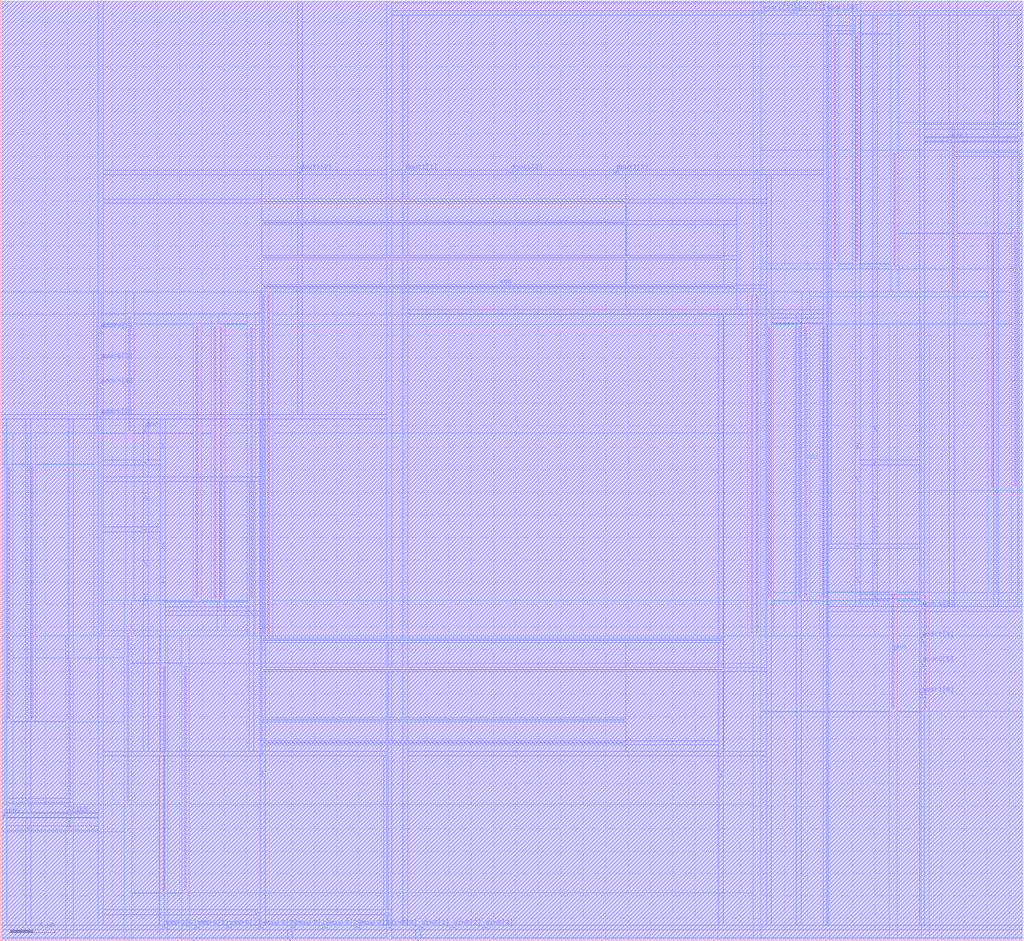
<source format=lef>
VERSION 5.4 ;
NAMESCASESENSITIVE ON ;
BUSBITCHARS "[]" ;
DIVIDERCHAR "/" ;
UNITS
  DATABASE MICRONS 2000 ;
END UNITS
MACRO freepdk45_sram_1w1r_128x4_1
   CLASS BLOCK ;
   SIZE 91.325 BY 83.985 ;
   SYMMETRY X Y R90 ;
   PIN din0[0]
      DIRECTION INPUT ;
      PORT
         LAYER metal3 ;
         RECT  34.635 1.105 34.77 1.24 ;
      END
   END din0[0]
   PIN din0[1]
      DIRECTION INPUT ;
      PORT
         LAYER metal3 ;
         RECT  37.495 1.105 37.63 1.24 ;
      END
   END din0[1]
   PIN din0[2]
      DIRECTION INPUT ;
      PORT
         LAYER metal3 ;
         RECT  40.355 1.105 40.49 1.24 ;
      END
   END din0[2]
   PIN din0[3]
      DIRECTION INPUT ;
      PORT
         LAYER metal3 ;
         RECT  43.215 1.105 43.35 1.24 ;
      END
   END din0[3]
   PIN addr0[0]
      DIRECTION INPUT ;
      PORT
         LAYER metal3 ;
         RECT  14.615 1.105 14.75 1.24 ;
      END
   END addr0[0]
   PIN addr0[1]
      DIRECTION INPUT ;
      PORT
         LAYER metal3 ;
         RECT  17.475 1.105 17.61 1.24 ;
      END
   END addr0[1]
   PIN addr0[2]
      DIRECTION INPUT ;
      PORT
         LAYER metal3 ;
         RECT  20.335 1.105 20.47 1.24 ;
      END
   END addr0[2]
   PIN addr0[3]
      DIRECTION INPUT ;
      PORT
         LAYER metal3 ;
         RECT  8.895 46.71 9.03 46.845 ;
      END
   END addr0[3]
   PIN addr0[4]
      DIRECTION INPUT ;
      PORT
         LAYER metal3 ;
         RECT  8.895 49.44 9.03 49.575 ;
      END
   END addr0[4]
   PIN addr0[5]
      DIRECTION INPUT ;
      PORT
         LAYER metal3 ;
         RECT  8.895 51.65 9.03 51.785 ;
      END
   END addr0[5]
   PIN addr0[6]
      DIRECTION INPUT ;
      PORT
         LAYER metal3 ;
         RECT  8.895 54.38 9.03 54.515 ;
      END
   END addr0[6]
   PIN addr1[0]
      DIRECTION INPUT ;
      PORT
         LAYER metal3 ;
         RECT  73.575 82.745 73.71 82.88 ;
      END
   END addr1[0]
   PIN addr1[1]
      DIRECTION INPUT ;
      PORT
         LAYER metal3 ;
         RECT  70.715 82.745 70.85 82.88 ;
      END
   END addr1[1]
   PIN addr1[2]
      DIRECTION INPUT ;
      PORT
         LAYER metal3 ;
         RECT  67.855 82.745 67.99 82.88 ;
      END
   END addr1[2]
   PIN addr1[3]
      DIRECTION INPUT ;
      PORT
         LAYER metal3 ;
         RECT  82.155 29.55 82.29 29.685 ;
      END
   END addr1[3]
   PIN addr1[4]
      DIRECTION INPUT ;
      PORT
         LAYER metal3 ;
         RECT  82.155 26.82 82.29 26.955 ;
      END
   END addr1[4]
   PIN addr1[5]
      DIRECTION INPUT ;
      PORT
         LAYER metal3 ;
         RECT  82.155 24.61 82.29 24.745 ;
      END
   END addr1[5]
   PIN addr1[6]
      DIRECTION INPUT ;
      PORT
         LAYER metal3 ;
         RECT  82.155 21.88 82.29 22.015 ;
      END
   END addr1[6]
   PIN csb0
      DIRECTION INPUT ;
      PORT
         LAYER metal3 ;
         RECT  0.285 11.09 0.42 11.225 ;
      END
   END csb0
   PIN csb1
      DIRECTION INPUT ;
      PORT
         LAYER metal3 ;
         RECT  90.905 71.49 91.04 71.625 ;
      END
   END csb1
   PIN clk0
      DIRECTION INPUT ;
      PORT
         LAYER metal3 ;
         RECT  6.2475 11.175 6.3825 11.31 ;
      END
   END clk0
   PIN clk1
      DIRECTION INPUT ;
      PORT
         LAYER metal3 ;
         RECT  84.8025 71.405 84.9375 71.54 ;
      END
   END clk1
   PIN wmask0[0]
      DIRECTION INPUT ;
      PORT
         LAYER metal3 ;
         RECT  23.195 1.105 23.33 1.24 ;
      END
   END wmask0[0]
   PIN wmask0[1]
      DIRECTION INPUT ;
      PORT
         LAYER metal3 ;
         RECT  26.055 1.105 26.19 1.24 ;
      END
   END wmask0[1]
   PIN wmask0[2]
      DIRECTION INPUT ;
      PORT
         LAYER metal3 ;
         RECT  28.915 1.105 29.05 1.24 ;
      END
   END wmask0[2]
   PIN wmask0[3]
      DIRECTION INPUT ;
      PORT
         LAYER metal3 ;
         RECT  31.775 1.105 31.91 1.24 ;
      END
   END wmask0[3]
   PIN dout1[0]
      DIRECTION OUTPUT ;
      PORT
         LAYER metal3 ;
         RECT  26.6625 68.5175 26.7975 68.6525 ;
      END
   END dout1[0]
   PIN dout1[1]
      DIRECTION OUTPUT ;
      PORT
         LAYER metal3 ;
         RECT  36.0625 68.5175 36.1975 68.6525 ;
      END
   END dout1[1]
   PIN dout1[2]
      DIRECTION OUTPUT ;
      PORT
         LAYER metal3 ;
         RECT  45.4625 68.5175 45.5975 68.6525 ;
      END
   END dout1[2]
   PIN dout1[3]
      DIRECTION OUTPUT ;
      PORT
         LAYER metal3 ;
         RECT  54.8625 68.5175 54.9975 68.6525 ;
      END
   END dout1[3]
   PIN vdd
      DIRECTION INOUT ;
      USE POWER ; 
      SHAPE ABUTMENT ; 
      PORT
         LAYER metal3 ;
         RECT  76.4225 35.14 76.5575 35.275 ;
         LAYER metal3 ;
         RECT  76.4225 44.11 76.5575 44.245 ;
         LAYER metal3 ;
         RECT  68.5225 56.07 68.6575 56.205 ;
         LAYER metal3 ;
         RECT  23.3425 16.65 23.4775 16.785 ;
         LAYER metal3 ;
         RECT  14.4325 41.12 14.5675 41.255 ;
         LAYER metal4 ;
         RECT  67.44 27.4825 67.58 57.6325 ;
         LAYER metal3 ;
         RECT  2.425 12.455 2.56 12.59 ;
         LAYER metal4 ;
         RECT  8.61 45.6025 8.75 55.6225 ;
         LAYER metal3 ;
         RECT  14.4325 44.11 14.5675 44.245 ;
         LAYER metal4 ;
         RECT  22.33 30.6525 22.47 54.7125 ;
         LAYER metal3 ;
         RECT  76.4225 32.15 76.5575 32.285 ;
         LAYER metal3 ;
         RECT  64.2275 16.65 64.3625 16.785 ;
         LAYER metal3 ;
         RECT  88.765 70.125 88.9 70.26 ;
         LAYER metal3 ;
         RECT  76.4225 41.12 76.5575 41.255 ;
         LAYER metal4 ;
         RECT  23.41 27.4825 23.55 57.6325 ;
         LAYER metal3 ;
         RECT  14.3325 2.47 14.4675 2.605 ;
         LAYER metal4 ;
         RECT  11.33 12.4525 11.47 27.4125 ;
         LAYER metal4 ;
         RECT  68.52 30.6525 68.66 54.7125 ;
         LAYER metal4 ;
         RECT  79.715 60.2425 79.855 70.2625 ;
         LAYER metal3 ;
         RECT  22.9125 2.47 23.0475 2.605 ;
         LAYER metal4 ;
         RECT  74.39 60.72 74.53 80.62 ;
         LAYER metal3 ;
         RECT  23.4775 65.96 55.6675 66.03 ;
         LAYER metal3 ;
         RECT  23.4775 26.7875 64.3625 26.8575 ;
         LAYER metal3 ;
         RECT  22.3325 29.16 22.4675 29.295 ;
         LAYER metal4 ;
         RECT  82.435 20.7725 82.575 30.7925 ;
         LAYER metal3 ;
         RECT  34.3525 2.47 34.4875 2.605 ;
         LAYER metal4 ;
         RECT  19.08 30.6525 19.22 54.7825 ;
         LAYER metal4 ;
         RECT  16.46 4.565 16.6 24.465 ;
         LAYER metal3 ;
         RECT  71.155 55.2825 71.29 55.4175 ;
         LAYER metal3 ;
         RECT  14.4325 35.14 14.5675 35.275 ;
         LAYER metal3 ;
         RECT  19.7 29.9475 19.835 30.0825 ;
         LAYER metal3 ;
         RECT  14.4325 32.15 14.5675 32.285 ;
         LAYER metal4 ;
         RECT  90.4975 40.4825 90.6375 62.885 ;
         LAYER metal4 ;
         RECT  0.6875 19.83 0.8275 42.2325 ;
         LAYER metal4 ;
         RECT  71.77 30.6525 71.91 54.7825 ;
         LAYER metal3 ;
         RECT  23.4775 17.6175 55.6675 17.6875 ;
         LAYER metal3 ;
         RECT  73.8575 81.38 73.9925 81.515 ;
         LAYER metal3 ;
         RECT  23.4775 58.3275 65.5375 58.3975 ;
      END
   END vdd
   PIN gnd
      DIRECTION INOUT ;
      USE GROUND ; 
      SHAPE ABUTMENT ; 
      PORT
         LAYER metal3 ;
         RECT  23.4775 64.0675 55.7025 64.1375 ;
         LAYER metal3 ;
         RECT  12.905 36.635 13.04 36.77 ;
         LAYER metal4 ;
         RECT  76.3325 60.6525 76.4725 80.6875 ;
         LAYER metal3 ;
         RECT  77.95 42.615 78.085 42.75 ;
         LAYER metal4 ;
         RECT  6.105 9.9825 6.245 24.9425 ;
         LAYER metal4 ;
         RECT  11.47 45.5375 11.61 55.6875 ;
         LAYER metal3 ;
         RECT  37.2125 0.0 37.3475 0.135 ;
         LAYER metal3 ;
         RECT  77.95 36.635 78.085 36.77 ;
         LAYER metal4 ;
         RECT  73.36 30.62 73.5 54.7825 ;
         LAYER metal4 ;
         RECT  23.87 27.4825 24.01 57.6325 ;
         LAYER metal4 ;
         RECT  71.21 30.62 71.35 54.745 ;
         LAYER metal3 ;
         RECT  12.905 30.655 13.04 30.79 ;
         LAYER metal3 ;
         RECT  77.95 39.625 78.085 39.76 ;
         LAYER metal3 ;
         RECT  64.2275 14.83 64.3625 14.965 ;
         LAYER metal3 ;
         RECT  12.905 33.645 13.04 33.78 ;
         LAYER metal3 ;
         RECT  77.95 30.655 78.085 30.79 ;
         LAYER metal4 ;
         RECT  2.75 19.8625 2.89 42.265 ;
         LAYER metal3 ;
         RECT  25.7725 0.0 25.9075 0.135 ;
         LAYER metal3 ;
         RECT  23.4775 60.9475 64.395 61.0175 ;
         LAYER metal4 ;
         RECT  66.98 27.4825 67.12 57.6325 ;
         LAYER metal3 ;
         RECT  23.4775 19.6675 55.6675 19.7375 ;
         LAYER metal3 ;
         RECT  88.765 72.595 88.9 72.73 ;
         LAYER metal3 ;
         RECT  77.95 33.645 78.085 33.78 ;
         LAYER metal3 ;
         RECT  23.3425 14.83 23.4775 14.965 ;
         LAYER metal3 ;
         RECT  23.4775 24.1675 64.395 24.2375 ;
         LAYER metal4 ;
         RECT  19.64 30.62 19.78 54.745 ;
         LAYER metal3 ;
         RECT  2.425 9.985 2.56 10.12 ;
         LAYER metal3 ;
         RECT  70.9975 83.85 71.1325 83.985 ;
         LAYER metal4 ;
         RECT  17.49 30.62 17.63 54.7825 ;
         LAYER metal3 ;
         RECT  12.905 39.625 13.04 39.76 ;
         LAYER metal3 ;
         RECT  77.95 45.605 78.085 45.74 ;
         LAYER metal4 ;
         RECT  88.435 40.45 88.575 62.8525 ;
         LAYER metal4 ;
         RECT  84.94 57.7725 85.08 72.7325 ;
         LAYER metal3 ;
         RECT  12.905 42.615 13.04 42.75 ;
         LAYER metal3 ;
         RECT  17.1925 0.0 17.3275 0.135 ;
         LAYER metal3 ;
         RECT  12.905 45.605 13.04 45.74 ;
         LAYER metal4 ;
         RECT  14.5175 4.4975 14.6575 24.5325 ;
         LAYER metal4 ;
         RECT  79.575 20.7075 79.715 30.8575 ;
      END
   END gnd
   OBS
   LAYER  metal1 ;
      RECT  0.14 0.14 91.185 83.845 ;
   LAYER  metal2 ;
      RECT  0.14 0.14 91.185 83.845 ;
   LAYER  metal3 ;
      RECT  34.495 0.14 34.91 0.965 ;
      RECT  34.91 0.965 37.355 1.38 ;
      RECT  37.77 0.965 40.215 1.38 ;
      RECT  40.63 0.965 43.075 1.38 ;
      RECT  43.49 0.965 91.185 1.38 ;
      RECT  0.14 0.965 14.475 1.38 ;
      RECT  14.89 0.965 17.335 1.38 ;
      RECT  17.75 0.965 20.195 1.38 ;
      RECT  0.14 46.57 8.755 46.985 ;
      RECT  0.14 46.985 8.755 83.845 ;
      RECT  8.755 1.38 9.17 46.57 ;
      RECT  9.17 46.57 34.495 46.985 ;
      RECT  8.755 46.985 9.17 49.3 ;
      RECT  8.755 49.715 9.17 51.51 ;
      RECT  8.755 51.925 9.17 54.24 ;
      RECT  8.755 54.655 9.17 83.845 ;
      RECT  73.435 83.02 73.85 83.845 ;
      RECT  73.85 82.605 91.185 83.02 ;
      RECT  73.85 83.02 91.185 83.845 ;
      RECT  70.99 82.605 73.435 83.02 ;
      RECT  34.91 82.605 67.715 83.02 ;
      RECT  68.13 82.605 70.575 83.02 ;
      RECT  73.85 1.38 82.015 29.41 ;
      RECT  73.85 29.41 82.015 29.825 ;
      RECT  82.015 29.825 82.43 82.605 ;
      RECT  82.43 1.38 91.185 29.41 ;
      RECT  82.43 29.41 91.185 29.825 ;
      RECT  82.015 27.095 82.43 29.41 ;
      RECT  82.015 24.885 82.43 26.68 ;
      RECT  82.015 1.38 82.43 21.74 ;
      RECT  82.015 22.155 82.43 24.47 ;
      RECT  0.14 1.38 0.145 10.95 ;
      RECT  0.14 10.95 0.145 11.365 ;
      RECT  0.14 11.365 0.145 46.57 ;
      RECT  0.145 1.38 0.56 10.95 ;
      RECT  0.145 11.365 0.56 46.57 ;
      RECT  90.765 29.825 91.18 71.35 ;
      RECT  90.765 71.765 91.18 82.605 ;
      RECT  91.18 29.825 91.185 71.35 ;
      RECT  91.18 71.35 91.185 71.765 ;
      RECT  91.18 71.765 91.185 82.605 ;
      RECT  0.56 10.95 6.1075 11.035 ;
      RECT  0.56 11.035 6.1075 11.365 ;
      RECT  6.1075 10.95 6.5225 11.035 ;
      RECT  6.5225 10.95 8.755 11.035 ;
      RECT  6.5225 11.035 8.755 11.365 ;
      RECT  0.56 11.365 6.1075 11.45 ;
      RECT  6.1075 11.45 6.5225 46.57 ;
      RECT  6.5225 11.365 8.755 11.45 ;
      RECT  6.5225 11.45 8.755 46.57 ;
      RECT  82.43 29.825 84.6625 71.265 ;
      RECT  82.43 71.265 84.6625 71.35 ;
      RECT  84.6625 29.825 85.0775 71.265 ;
      RECT  85.0775 71.265 90.765 71.35 ;
      RECT  82.43 71.35 84.6625 71.68 ;
      RECT  82.43 71.68 84.6625 71.765 ;
      RECT  84.6625 71.68 85.0775 71.765 ;
      RECT  85.0775 71.35 90.765 71.68 ;
      RECT  85.0775 71.68 90.765 71.765 ;
      RECT  20.61 0.965 23.055 1.38 ;
      RECT  23.47 0.965 25.915 1.38 ;
      RECT  26.33 0.965 28.775 1.38 ;
      RECT  29.19 0.965 31.635 1.38 ;
      RECT  32.05 0.965 34.495 1.38 ;
      RECT  9.17 68.3775 26.5225 68.7925 ;
      RECT  9.17 68.7925 26.5225 83.845 ;
      RECT  26.5225 68.7925 26.9375 83.845 ;
      RECT  26.9375 68.3775 34.495 68.7925 ;
      RECT  26.9375 68.7925 34.495 83.845 ;
      RECT  34.91 68.3775 35.9225 68.7925 ;
      RECT  34.91 68.7925 35.9225 82.605 ;
      RECT  35.9225 68.7925 36.3375 82.605 ;
      RECT  36.3375 68.7925 73.435 82.605 ;
      RECT  36.3375 68.3775 45.3225 68.7925 ;
      RECT  45.7375 68.3775 54.7225 68.7925 ;
      RECT  55.1375 68.3775 73.435 68.7925 ;
      RECT  73.85 29.825 76.2825 35.0 ;
      RECT  73.85 35.0 76.2825 35.415 ;
      RECT  76.6975 35.0 82.015 35.415 ;
      RECT  76.2825 44.385 76.6975 82.605 ;
      RECT  36.3375 55.93 68.3825 56.345 ;
      RECT  68.3825 1.38 68.7975 55.93 ;
      RECT  68.3825 56.345 68.7975 68.3775 ;
      RECT  68.7975 55.93 73.435 56.345 ;
      RECT  68.7975 56.345 73.435 68.3775 ;
      RECT  9.17 16.51 23.2025 16.925 ;
      RECT  23.6175 16.51 34.495 16.925 ;
      RECT  9.17 40.98 14.2925 41.395 ;
      RECT  14.7075 40.98 23.2025 41.395 ;
      RECT  14.7075 41.395 23.2025 46.57 ;
      RECT  0.56 11.45 2.285 12.315 ;
      RECT  0.56 12.315 2.285 12.73 ;
      RECT  0.56 12.73 2.285 46.57 ;
      RECT  2.285 11.45 2.7 12.315 ;
      RECT  2.285 12.73 2.7 46.57 ;
      RECT  2.7 11.45 6.1075 12.315 ;
      RECT  2.7 12.315 6.1075 12.73 ;
      RECT  2.7 12.73 6.1075 46.57 ;
      RECT  14.2925 41.395 14.7075 43.97 ;
      RECT  14.2925 44.385 14.7075 46.57 ;
      RECT  76.2825 29.825 76.6975 32.01 ;
      RECT  76.2825 32.425 76.6975 35.0 ;
      RECT  36.3375 1.38 64.0875 16.51 ;
      RECT  36.3375 16.51 64.0875 16.925 ;
      RECT  64.5025 1.38 68.3825 16.51 ;
      RECT  64.5025 16.51 68.3825 16.925 ;
      RECT  85.0775 29.825 88.625 69.985 ;
      RECT  85.0775 69.985 88.625 70.4 ;
      RECT  85.0775 70.4 88.625 71.265 ;
      RECT  88.625 29.825 89.04 69.985 ;
      RECT  88.625 70.4 89.04 71.265 ;
      RECT  89.04 29.825 90.765 69.985 ;
      RECT  89.04 69.985 90.765 70.4 ;
      RECT  89.04 70.4 90.765 71.265 ;
      RECT  76.2825 35.415 76.6975 40.98 ;
      RECT  76.2825 41.395 76.6975 43.97 ;
      RECT  9.17 1.38 14.1925 2.33 ;
      RECT  9.17 2.33 14.1925 2.745 ;
      RECT  9.17 2.745 14.1925 16.51 ;
      RECT  14.1925 1.38 14.6075 2.33 ;
      RECT  14.1925 2.745 14.6075 16.51 ;
      RECT  14.6075 1.38 23.2025 2.33 ;
      RECT  14.6075 2.745 23.2025 16.51 ;
      RECT  14.6075 2.33 22.7725 2.745 ;
      RECT  23.1875 2.33 23.2025 2.745 ;
      RECT  34.495 66.17 34.91 83.845 ;
      RECT  9.17 46.985 23.3375 65.82 ;
      RECT  9.17 65.82 23.3375 66.17 ;
      RECT  9.17 66.17 23.3375 68.3775 ;
      RECT  23.3375 66.17 26.5225 68.3775 ;
      RECT  26.5225 66.17 26.9375 68.3775 ;
      RECT  26.9375 66.17 34.495 68.3775 ;
      RECT  34.91 66.17 35.9225 68.3775 ;
      RECT  35.9225 66.17 36.3375 68.3775 ;
      RECT  36.3375 66.17 55.8075 68.3775 ;
      RECT  55.8075 65.82 68.3825 66.17 ;
      RECT  55.8075 66.17 68.3825 68.3775 ;
      RECT  23.2025 16.925 23.3375 26.6475 ;
      RECT  23.2025 26.6475 23.3375 26.9975 ;
      RECT  23.2025 26.9975 23.3375 46.57 ;
      RECT  23.3375 26.9975 23.6175 46.57 ;
      RECT  23.6175 26.9975 34.495 46.57 ;
      RECT  36.3375 26.9975 64.0875 55.93 ;
      RECT  64.0875 26.9975 64.5025 55.93 ;
      RECT  14.7075 16.925 22.1925 29.02 ;
      RECT  14.7075 29.02 22.1925 29.435 ;
      RECT  22.1925 16.925 22.6075 29.02 ;
      RECT  22.1925 29.435 22.6075 40.98 ;
      RECT  22.6075 16.925 23.2025 29.02 ;
      RECT  22.6075 29.02 23.2025 29.435 ;
      RECT  22.6075 29.435 23.2025 40.98 ;
      RECT  23.6175 1.38 34.2125 2.33 ;
      RECT  23.6175 2.33 34.2125 2.745 ;
      RECT  23.6175 2.745 34.2125 16.51 ;
      RECT  34.2125 1.38 34.495 2.33 ;
      RECT  34.2125 2.745 34.495 16.51 ;
      RECT  34.495 1.38 34.6275 2.33 ;
      RECT  34.6275 1.38 34.91 2.33 ;
      RECT  34.6275 2.33 34.91 2.745 ;
      RECT  68.7975 1.38 71.015 55.1425 ;
      RECT  68.7975 55.1425 71.015 55.5575 ;
      RECT  68.7975 55.5575 71.015 55.93 ;
      RECT  71.015 1.38 71.43 55.1425 ;
      RECT  71.015 55.5575 71.43 55.93 ;
      RECT  71.43 1.38 73.435 55.1425 ;
      RECT  71.43 55.1425 73.435 55.5575 ;
      RECT  71.43 55.5575 73.435 55.93 ;
      RECT  14.2925 35.415 14.7075 40.98 ;
      RECT  14.7075 29.435 19.56 29.8075 ;
      RECT  14.7075 29.8075 19.56 30.2225 ;
      RECT  14.7075 30.2225 19.56 40.98 ;
      RECT  19.56 29.435 19.975 29.8075 ;
      RECT  19.56 30.2225 19.975 40.98 ;
      RECT  19.975 29.435 22.1925 29.8075 ;
      RECT  19.975 29.8075 22.1925 30.2225 ;
      RECT  19.975 30.2225 22.1925 40.98 ;
      RECT  14.2925 16.925 14.7075 32.01 ;
      RECT  14.2925 32.425 14.7075 35.0 ;
      RECT  23.3375 16.925 23.6175 17.4775 ;
      RECT  23.6175 16.925 34.495 17.4775 ;
      RECT  36.3375 16.925 55.8075 17.4775 ;
      RECT  55.8075 16.925 64.0875 17.4775 ;
      RECT  55.8075 17.4775 64.0875 17.8275 ;
      RECT  34.91 1.38 35.9225 17.4775 ;
      RECT  35.9225 1.38 36.3375 17.4775 ;
      RECT  34.495 2.745 34.6275 17.4775 ;
      RECT  34.6275 2.745 34.91 17.4775 ;
      RECT  73.435 1.38 73.7175 81.24 ;
      RECT  73.435 81.24 73.7175 81.655 ;
      RECT  73.435 81.655 73.7175 82.605 ;
      RECT  73.7175 1.38 73.85 81.24 ;
      RECT  73.7175 81.655 73.85 82.605 ;
      RECT  73.85 35.415 74.1325 81.24 ;
      RECT  73.85 81.655 74.1325 82.605 ;
      RECT  74.1325 35.415 76.2825 81.24 ;
      RECT  74.1325 81.24 76.2825 81.655 ;
      RECT  74.1325 81.655 76.2825 82.605 ;
      RECT  23.3375 46.985 26.5225 58.1875 ;
      RECT  26.5225 46.985 26.9375 58.1875 ;
      RECT  26.9375 46.985 34.495 58.1875 ;
      RECT  36.3375 56.345 55.8075 58.1875 ;
      RECT  55.8075 56.345 65.6775 58.1875 ;
      RECT  65.6775 56.345 68.3825 58.1875 ;
      RECT  65.6775 58.1875 68.3825 58.5375 ;
      RECT  65.6775 58.5375 68.3825 65.82 ;
      RECT  34.495 26.9975 34.91 58.1875 ;
      RECT  34.91 26.9975 35.9225 58.1875 ;
      RECT  35.9225 26.9975 36.3375 58.1875 ;
      RECT  23.3375 64.2775 26.5225 65.82 ;
      RECT  26.5225 64.2775 26.9375 65.82 ;
      RECT  26.9375 64.2775 34.495 65.82 ;
      RECT  36.3375 64.2775 55.8075 65.82 ;
      RECT  55.8075 64.2775 55.8425 65.82 ;
      RECT  55.8425 63.9275 65.6775 64.2775 ;
      RECT  55.8425 64.2775 65.6775 65.82 ;
      RECT  34.495 64.2775 34.91 65.82 ;
      RECT  34.91 64.2775 35.9225 65.82 ;
      RECT  35.9225 64.2775 36.3375 65.82 ;
      RECT  9.17 16.925 12.765 36.495 ;
      RECT  9.17 36.495 12.765 36.91 ;
      RECT  9.17 36.91 12.765 40.98 ;
      RECT  13.18 16.925 14.2925 36.495 ;
      RECT  13.18 36.495 14.2925 36.91 ;
      RECT  13.18 36.91 14.2925 40.98 ;
      RECT  76.6975 35.415 77.81 42.475 ;
      RECT  76.6975 42.475 77.81 42.89 ;
      RECT  76.6975 42.89 77.81 82.605 ;
      RECT  78.225 35.415 82.015 42.475 ;
      RECT  78.225 42.475 82.015 42.89 ;
      RECT  78.225 42.89 82.015 82.605 ;
      RECT  34.91 0.14 37.0725 0.275 ;
      RECT  34.91 0.275 37.0725 0.965 ;
      RECT  37.0725 0.275 37.4875 0.965 ;
      RECT  37.4875 0.14 91.185 0.275 ;
      RECT  37.4875 0.275 91.185 0.965 ;
      RECT  77.81 35.415 78.225 36.495 ;
      RECT  12.765 16.925 13.18 30.515 ;
      RECT  77.81 36.91 78.225 39.485 ;
      RECT  77.81 39.9 78.225 42.475 ;
      RECT  64.0875 1.38 64.5025 14.69 ;
      RECT  64.0875 15.105 64.5025 16.51 ;
      RECT  12.765 30.93 13.18 33.505 ;
      RECT  12.765 33.92 13.18 36.495 ;
      RECT  76.6975 29.825 77.81 30.515 ;
      RECT  76.6975 30.515 77.81 30.93 ;
      RECT  76.6975 30.93 77.81 35.0 ;
      RECT  77.81 29.825 78.225 30.515 ;
      RECT  78.225 29.825 82.015 30.515 ;
      RECT  78.225 30.515 82.015 30.93 ;
      RECT  78.225 30.93 82.015 35.0 ;
      RECT  0.14 0.275 25.6325 0.965 ;
      RECT  25.6325 0.275 26.0475 0.965 ;
      RECT  26.0475 0.14 34.495 0.275 ;
      RECT  26.0475 0.275 34.495 0.965 ;
      RECT  23.3375 58.5375 26.5225 60.8075 ;
      RECT  23.3375 61.1575 26.5225 63.9275 ;
      RECT  26.5225 58.5375 26.9375 60.8075 ;
      RECT  26.5225 61.1575 26.9375 63.9275 ;
      RECT  26.9375 58.5375 34.495 60.8075 ;
      RECT  26.9375 61.1575 34.495 63.9275 ;
      RECT  36.3375 58.5375 55.8075 60.8075 ;
      RECT  36.3375 61.1575 55.8075 63.9275 ;
      RECT  55.8075 58.5375 55.8425 60.8075 ;
      RECT  55.8075 61.1575 55.8425 63.9275 ;
      RECT  55.8425 58.5375 64.535 60.8075 ;
      RECT  55.8425 61.1575 64.535 63.9275 ;
      RECT  64.535 58.5375 65.6775 60.8075 ;
      RECT  64.535 60.8075 65.6775 61.1575 ;
      RECT  64.535 61.1575 65.6775 63.9275 ;
      RECT  34.495 58.5375 34.91 60.8075 ;
      RECT  34.495 61.1575 34.91 63.9275 ;
      RECT  34.91 58.5375 35.9225 60.8075 ;
      RECT  34.91 61.1575 35.9225 63.9275 ;
      RECT  35.9225 58.5375 36.3375 60.8075 ;
      RECT  35.9225 61.1575 36.3375 63.9275 ;
      RECT  23.3375 17.8275 23.6175 19.5275 ;
      RECT  23.6175 17.8275 34.495 19.5275 ;
      RECT  36.3375 17.8275 55.8075 19.5275 ;
      RECT  34.91 17.8275 35.9225 19.5275 ;
      RECT  35.9225 17.8275 36.3375 19.5275 ;
      RECT  34.495 17.8275 34.6275 19.5275 ;
      RECT  34.6275 17.8275 34.91 19.5275 ;
      RECT  82.43 71.765 88.625 72.455 ;
      RECT  82.43 72.455 88.625 72.87 ;
      RECT  82.43 72.87 88.625 82.605 ;
      RECT  88.625 71.765 89.04 72.455 ;
      RECT  88.625 72.87 89.04 82.605 ;
      RECT  89.04 71.765 90.765 72.455 ;
      RECT  89.04 72.455 90.765 72.87 ;
      RECT  89.04 72.87 90.765 82.605 ;
      RECT  77.81 30.93 78.225 33.505 ;
      RECT  77.81 33.92 78.225 35.0 ;
      RECT  23.2025 1.38 23.6175 14.69 ;
      RECT  23.2025 15.105 23.6175 16.51 ;
      RECT  64.5025 16.925 64.535 24.0275 ;
      RECT  64.5025 24.3775 64.535 55.93 ;
      RECT  64.535 16.925 68.3825 24.0275 ;
      RECT  64.535 24.0275 68.3825 24.3775 ;
      RECT  64.535 24.3775 68.3825 55.93 ;
      RECT  64.0875 16.925 64.5025 24.0275 ;
      RECT  64.0875 24.3775 64.5025 26.6475 ;
      RECT  55.8075 17.8275 64.0875 24.0275 ;
      RECT  55.8075 24.3775 64.0875 26.6475 ;
      RECT  23.3375 19.8775 23.6175 24.0275 ;
      RECT  23.3375 24.3775 23.6175 26.6475 ;
      RECT  23.6175 19.8775 34.495 24.0275 ;
      RECT  23.6175 24.3775 34.495 26.6475 ;
      RECT  36.3375 19.8775 55.8075 24.0275 ;
      RECT  36.3375 24.3775 55.8075 26.6475 ;
      RECT  34.91 19.8775 35.9225 24.0275 ;
      RECT  34.91 24.3775 35.9225 26.6475 ;
      RECT  35.9225 19.8775 36.3375 24.0275 ;
      RECT  35.9225 24.3775 36.3375 26.6475 ;
      RECT  34.495 19.8775 34.6275 24.0275 ;
      RECT  34.495 24.3775 34.6275 26.6475 ;
      RECT  34.6275 19.8775 34.91 24.0275 ;
      RECT  34.6275 24.3775 34.91 26.6475 ;
      RECT  0.56 1.38 2.285 9.845 ;
      RECT  0.56 9.845 2.285 10.26 ;
      RECT  0.56 10.26 2.285 10.95 ;
      RECT  2.285 1.38 2.7 9.845 ;
      RECT  2.285 10.26 2.7 10.95 ;
      RECT  2.7 1.38 8.755 9.845 ;
      RECT  2.7 9.845 8.755 10.26 ;
      RECT  2.7 10.26 8.755 10.95 ;
      RECT  34.91 83.02 70.8575 83.71 ;
      RECT  34.91 83.71 70.8575 83.845 ;
      RECT  70.8575 83.02 71.2725 83.71 ;
      RECT  71.2725 83.02 73.435 83.71 ;
      RECT  71.2725 83.71 73.435 83.845 ;
      RECT  12.765 36.91 13.18 39.485 ;
      RECT  12.765 39.9 13.18 40.98 ;
      RECT  77.81 42.89 78.225 45.465 ;
      RECT  77.81 45.88 78.225 82.605 ;
      RECT  9.17 41.395 12.765 42.475 ;
      RECT  9.17 42.475 12.765 42.89 ;
      RECT  9.17 42.89 12.765 46.57 ;
      RECT  12.765 41.395 13.18 42.475 ;
      RECT  13.18 41.395 14.2925 42.475 ;
      RECT  13.18 42.475 14.2925 42.89 ;
      RECT  13.18 42.89 14.2925 46.57 ;
      RECT  0.14 0.14 17.0525 0.275 ;
      RECT  17.4675 0.14 25.6325 0.275 ;
      RECT  12.765 42.89 13.18 45.465 ;
      RECT  12.765 45.88 13.18 46.57 ;
   LAYER  metal4 ;
      RECT  0.14 57.9125 67.16 83.845 ;
      RECT  67.16 0.14 67.86 27.2025 ;
      RECT  67.16 57.9125 67.86 83.845 ;
      RECT  0.14 45.3225 8.33 55.9025 ;
      RECT  0.14 55.9025 8.33 57.9125 ;
      RECT  8.33 27.2025 9.03 45.3225 ;
      RECT  8.33 55.9025 9.03 57.9125 ;
      RECT  22.05 27.2025 22.75 30.3725 ;
      RECT  22.05 54.9925 22.75 55.9025 ;
      RECT  22.75 27.2025 23.13 30.3725 ;
      RECT  22.75 30.3725 23.13 45.3225 ;
      RECT  22.75 45.3225 23.13 54.9925 ;
      RECT  22.75 54.9925 23.13 55.9025 ;
      RECT  11.05 0.14 11.75 12.1725 ;
      RECT  9.03 27.2025 11.05 27.6925 ;
      RECT  9.03 27.6925 11.05 30.3725 ;
      RECT  11.05 27.6925 11.75 30.3725 ;
      RECT  11.75 27.2025 22.05 27.6925 ;
      RECT  67.86 27.2025 68.24 30.3725 ;
      RECT  67.86 30.3725 68.24 54.9925 ;
      RECT  67.86 54.9925 68.24 57.9125 ;
      RECT  68.24 27.2025 68.94 30.3725 ;
      RECT  68.24 54.9925 68.94 57.9125 ;
      RECT  67.86 57.9125 79.435 59.9625 ;
      RECT  79.435 57.9125 80.135 59.9625 ;
      RECT  79.435 70.5425 80.135 83.845 ;
      RECT  67.86 59.9625 74.11 60.44 ;
      RECT  67.86 60.44 74.11 70.5425 ;
      RECT  74.11 59.9625 74.81 60.44 ;
      RECT  67.86 70.5425 74.11 80.9 ;
      RECT  67.86 80.9 74.11 83.845 ;
      RECT  74.11 80.9 74.81 83.845 ;
      RECT  82.155 0.14 82.855 20.4925 ;
      RECT  82.855 0.14 91.185 20.4925 ;
      RECT  82.855 20.4925 91.185 27.2025 ;
      RECT  82.855 27.2025 91.185 30.3725 ;
      RECT  82.155 31.0725 82.855 54.9925 ;
      RECT  82.855 30.3725 91.185 31.0725 ;
      RECT  18.8 55.0625 19.5 55.9025 ;
      RECT  19.5 55.0625 22.05 55.9025 ;
      RECT  16.18 0.14 16.88 4.285 ;
      RECT  16.88 0.14 67.16 4.285 ;
      RECT  16.88 4.285 67.16 12.1725 ;
      RECT  16.18 24.745 16.88 27.2025 ;
      RECT  16.88 12.1725 67.16 24.745 ;
      RECT  16.88 24.745 67.16 27.2025 ;
      RECT  90.9175 54.9925 91.185 57.9125 ;
      RECT  90.9175 57.9125 91.185 59.9625 ;
      RECT  90.2175 63.165 90.9175 70.5425 ;
      RECT  90.9175 59.9625 91.185 63.165 ;
      RECT  90.9175 63.165 91.185 70.5425 ;
      RECT  90.2175 31.0725 90.9175 40.2025 ;
      RECT  90.9175 31.0725 91.185 40.2025 ;
      RECT  90.9175 40.2025 91.185 54.9925 ;
      RECT  0.14 27.2025 0.4075 42.5125 ;
      RECT  0.14 42.5125 0.4075 45.3225 ;
      RECT  0.4075 42.5125 1.1075 45.3225 ;
      RECT  0.14 12.1725 0.4075 19.55 ;
      RECT  0.14 19.55 0.4075 27.2025 ;
      RECT  0.4075 12.1725 1.1075 19.55 ;
      RECT  68.94 55.0625 71.49 57.9125 ;
      RECT  71.49 55.0625 72.19 57.9125 ;
      RECT  74.81 59.9625 76.0525 60.3725 ;
      RECT  74.81 60.3725 76.0525 60.44 ;
      RECT  76.0525 59.9625 76.7525 60.3725 ;
      RECT  76.7525 59.9625 79.435 60.3725 ;
      RECT  76.7525 60.3725 79.435 60.44 ;
      RECT  74.81 60.44 76.0525 70.5425 ;
      RECT  76.7525 60.44 79.435 70.5425 ;
      RECT  74.81 70.5425 76.0525 80.9 ;
      RECT  76.7525 70.5425 79.435 80.9 ;
      RECT  74.81 80.9 76.0525 80.9675 ;
      RECT  74.81 80.9675 76.0525 83.845 ;
      RECT  76.0525 80.9675 76.7525 83.845 ;
      RECT  76.7525 80.9 79.435 80.9675 ;
      RECT  76.7525 80.9675 79.435 83.845 ;
      RECT  0.14 0.14 5.825 9.7025 ;
      RECT  0.14 9.7025 5.825 12.1725 ;
      RECT  5.825 0.14 6.525 9.7025 ;
      RECT  6.525 0.14 11.05 9.7025 ;
      RECT  6.525 9.7025 11.05 12.1725 ;
      RECT  1.1075 12.1725 5.825 19.55 ;
      RECT  6.525 12.1725 11.05 19.55 ;
      RECT  5.825 25.2225 6.525 27.2025 ;
      RECT  6.525 19.55 11.05 25.2225 ;
      RECT  6.525 25.2225 11.05 27.2025 ;
      RECT  9.03 55.9025 11.19 55.9675 ;
      RECT  9.03 55.9675 11.19 57.9125 ;
      RECT  11.19 55.9675 11.89 57.9125 ;
      RECT  11.89 55.9025 23.13 55.9675 ;
      RECT  11.89 55.9675 23.13 57.9125 ;
      RECT  9.03 30.3725 11.19 45.2575 ;
      RECT  9.03 45.2575 11.19 45.3225 ;
      RECT  11.19 30.3725 11.89 45.2575 ;
      RECT  9.03 45.3225 11.19 54.9925 ;
      RECT  9.03 54.9925 11.19 55.0625 ;
      RECT  9.03 55.0625 11.19 55.9025 ;
      RECT  11.89 55.0625 18.8 55.9025 ;
      RECT  68.94 27.2025 73.08 30.34 ;
      RECT  73.08 27.2025 73.78 30.34 ;
      RECT  72.19 30.3725 73.08 31.0725 ;
      RECT  72.19 31.0725 73.08 54.9925 ;
      RECT  72.19 54.9925 73.08 55.0625 ;
      RECT  68.94 30.3725 70.93 31.0725 ;
      RECT  68.94 31.0725 70.93 54.9925 ;
      RECT  68.94 54.9925 70.93 55.025 ;
      RECT  68.94 55.025 70.93 55.0625 ;
      RECT  70.93 55.025 71.49 55.0625 ;
      RECT  68.94 30.34 70.93 30.3725 ;
      RECT  71.63 30.34 73.08 30.3725 ;
      RECT  1.1075 27.2025 2.47 42.5125 ;
      RECT  3.17 27.2025 8.33 42.5125 ;
      RECT  1.1075 42.5125 2.47 42.545 ;
      RECT  1.1075 42.545 2.47 45.3225 ;
      RECT  2.47 42.545 3.17 45.3225 ;
      RECT  3.17 42.5125 8.33 42.545 ;
      RECT  3.17 42.545 8.33 45.3225 ;
      RECT  1.1075 19.55 2.47 19.5825 ;
      RECT  1.1075 19.5825 2.47 25.2225 ;
      RECT  2.47 19.55 3.17 19.5825 ;
      RECT  3.17 19.55 5.825 19.5825 ;
      RECT  3.17 19.5825 5.825 25.2225 ;
      RECT  1.1075 25.2225 2.47 27.2025 ;
      RECT  3.17 25.2225 5.825 27.2025 ;
      RECT  24.29 55.9025 66.7 57.9125 ;
      RECT  24.29 27.2025 66.7 30.3725 ;
      RECT  24.29 30.3725 66.7 45.3225 ;
      RECT  24.29 45.3225 66.7 54.9925 ;
      RECT  24.29 54.9925 66.7 55.9025 ;
      RECT  11.75 27.6925 19.36 30.34 ;
      RECT  19.36 27.6925 20.06 30.34 ;
      RECT  20.06 27.6925 22.05 30.34 ;
      RECT  20.06 30.34 22.05 30.3725 ;
      RECT  20.06 30.3725 22.05 45.3225 ;
      RECT  20.06 45.3225 22.05 54.9925 ;
      RECT  19.5 55.025 20.06 55.0625 ;
      RECT  20.06 54.9925 22.05 55.025 ;
      RECT  20.06 55.025 22.05 55.0625 ;
      RECT  11.89 30.3725 17.21 45.2575 ;
      RECT  17.91 30.3725 18.8 45.2575 ;
      RECT  11.89 45.2575 17.21 45.3225 ;
      RECT  17.91 45.2575 18.8 45.3225 ;
      RECT  11.89 45.3225 17.21 54.9925 ;
      RECT  17.91 45.3225 18.8 54.9925 ;
      RECT  11.89 54.9925 17.21 55.0625 ;
      RECT  17.91 54.9925 18.8 55.0625 ;
      RECT  11.75 30.34 17.21 30.3725 ;
      RECT  17.91 30.34 19.36 30.3725 ;
      RECT  88.855 57.9125 90.2175 59.9625 ;
      RECT  88.155 63.1325 88.855 63.165 ;
      RECT  88.855 59.9625 90.2175 63.1325 ;
      RECT  88.855 63.1325 90.2175 63.165 ;
      RECT  82.855 31.0725 88.155 40.17 ;
      RECT  82.855 40.17 88.155 40.2025 ;
      RECT  88.155 31.0725 88.855 40.17 ;
      RECT  88.855 31.0725 90.2175 40.17 ;
      RECT  88.855 40.17 90.2175 40.2025 ;
      RECT  82.855 40.2025 88.155 54.9925 ;
      RECT  88.855 40.2025 90.2175 54.9925 ;
      RECT  88.855 55.0625 90.2175 57.9125 ;
      RECT  73.78 54.9925 88.155 55.0625 ;
      RECT  88.855 54.9925 90.2175 55.0625 ;
      RECT  80.135 70.5425 84.66 73.0125 ;
      RECT  80.135 73.0125 84.66 83.845 ;
      RECT  84.66 73.0125 85.36 83.845 ;
      RECT  85.36 70.5425 91.185 73.0125 ;
      RECT  85.36 73.0125 91.185 83.845 ;
      RECT  80.135 63.165 84.66 70.5425 ;
      RECT  85.36 63.165 90.2175 70.5425 ;
      RECT  80.135 57.9125 84.66 59.9625 ;
      RECT  85.36 57.9125 88.155 59.9625 ;
      RECT  80.135 59.9625 84.66 63.1325 ;
      RECT  85.36 59.9625 88.155 63.1325 ;
      RECT  80.135 63.1325 84.66 63.165 ;
      RECT  85.36 63.1325 88.155 63.165 ;
      RECT  72.19 55.0625 84.66 57.4925 ;
      RECT  72.19 57.4925 84.66 57.9125 ;
      RECT  84.66 55.0625 85.36 57.4925 ;
      RECT  85.36 55.0625 88.155 57.4925 ;
      RECT  85.36 57.4925 88.155 57.9125 ;
      RECT  11.75 0.14 14.2375 4.2175 ;
      RECT  11.75 4.2175 14.2375 4.285 ;
      RECT  14.2375 0.14 14.9375 4.2175 ;
      RECT  14.9375 0.14 16.18 4.2175 ;
      RECT  14.9375 4.2175 16.18 4.285 ;
      RECT  11.75 4.285 14.2375 12.1725 ;
      RECT  14.9375 4.285 16.18 12.1725 ;
      RECT  11.75 12.1725 14.2375 24.745 ;
      RECT  14.9375 12.1725 16.18 24.745 ;
      RECT  11.75 24.745 14.2375 24.8125 ;
      RECT  11.75 24.8125 14.2375 27.2025 ;
      RECT  14.2375 24.8125 14.9375 27.2025 ;
      RECT  14.9375 24.745 16.18 24.8125 ;
      RECT  14.9375 24.8125 16.18 27.2025 ;
      RECT  67.86 0.14 79.295 20.4275 ;
      RECT  67.86 20.4275 79.295 20.4925 ;
      RECT  79.295 0.14 79.995 20.4275 ;
      RECT  79.995 0.14 82.155 20.4275 ;
      RECT  79.995 20.4275 82.155 20.4925 ;
      RECT  67.86 20.4925 79.295 27.2025 ;
      RECT  79.995 20.4925 82.155 27.2025 ;
      RECT  73.78 27.2025 79.295 30.34 ;
      RECT  79.995 27.2025 82.155 30.34 ;
      RECT  73.78 30.34 79.295 30.3725 ;
      RECT  79.995 30.34 82.155 30.3725 ;
      RECT  73.78 30.3725 79.295 31.0725 ;
      RECT  79.995 30.3725 82.155 31.0725 ;
      RECT  73.78 31.0725 79.295 31.1375 ;
      RECT  73.78 31.1375 79.295 54.9925 ;
      RECT  79.295 31.1375 79.995 54.9925 ;
      RECT  79.995 31.0725 82.155 31.1375 ;
      RECT  79.995 31.1375 82.155 54.9925 ;
   END
END    freepdk45_sram_1w1r_128x4_1
END    LIBRARY

</source>
